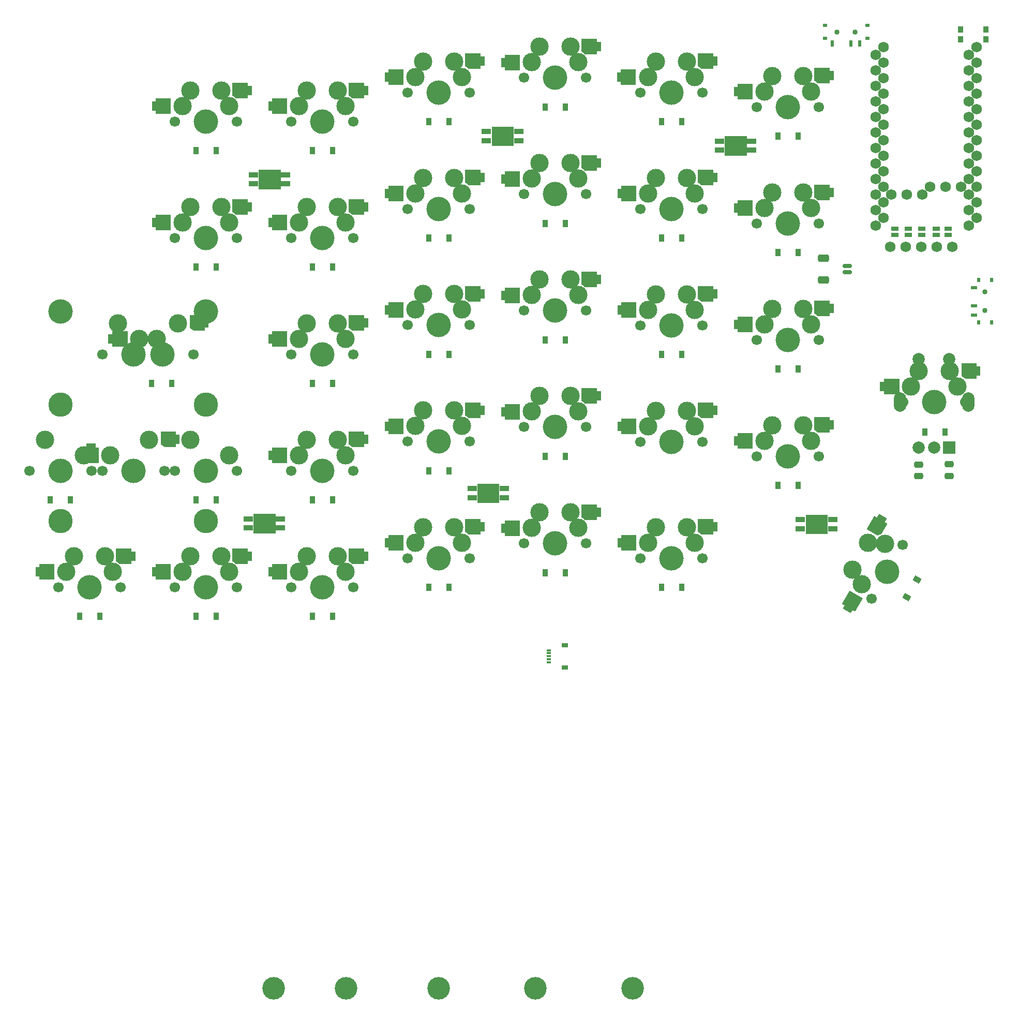
<source format=gbr>
%TF.GenerationSoftware,KiCad,Pcbnew,(6.0.11)*%
%TF.CreationDate,2023-05-19T13:45:06-07:00*%
%TF.ProjectId,suite61pcb,73756974-6536-4317-9063-622e6b696361,rev?*%
%TF.SameCoordinates,Original*%
%TF.FileFunction,Soldermask,Bot*%
%TF.FilePolarity,Negative*%
%FSLAX46Y46*%
G04 Gerber Fmt 4.6, Leading zero omitted, Abs format (unit mm)*
G04 Created by KiCad (PCBNEW (6.0.11)) date 2023-05-19 13:45:06*
%MOMM*%
%LPD*%
G01*
G04 APERTURE LIST*
G04 Aperture macros list*
%AMRoundRect*
0 Rectangle with rounded corners*
0 $1 Rounding radius*
0 $2 $3 $4 $5 $6 $7 $8 $9 X,Y pos of 4 corners*
0 Add a 4 corners polygon primitive as box body*
4,1,4,$2,$3,$4,$5,$6,$7,$8,$9,$2,$3,0*
0 Add four circle primitives for the rounded corners*
1,1,$1+$1,$2,$3*
1,1,$1+$1,$4,$5*
1,1,$1+$1,$6,$7*
1,1,$1+$1,$8,$9*
0 Add four rect primitives between the rounded corners*
20,1,$1+$1,$2,$3,$4,$5,0*
20,1,$1+$1,$4,$5,$6,$7,0*
20,1,$1+$1,$6,$7,$8,$9,0*
20,1,$1+$1,$8,$9,$2,$3,0*%
%AMRotRect*
0 Rectangle, with rotation*
0 The origin of the aperture is its center*
0 $1 length*
0 $2 width*
0 $3 Rotation angle, in degrees counterclockwise*
0 Add horizontal line*
21,1,$1,$2,0,0,$3*%
%AMFreePoly0*
4,1,17,2.735355,1.235355,2.750000,1.200000,2.750000,-1.200000,2.735355,-1.235355,2.700000,-1.250000,0.300000,-1.250000,0.264645,-1.235355,0.250000,-1.200000,0.250000,-0.750000,-0.350000,-0.750000,-0.350000,0.750000,0.250000,0.750000,0.250000,1.200000,0.264645,1.235355,0.300000,1.250000,2.700000,1.250000,2.735355,1.235355,2.735355,1.235355,$1*%
%AMFreePoly1*
4,1,24,-0.364645,1.235355,-0.350000,1.200000,-0.350000,0.750000,0.350000,0.750000,0.350000,-0.750000,-0.350000,-0.750000,-0.350000,-1.200000,-0.364645,-1.235355,-0.400000,-1.250000,-2.300000,-1.250000,-2.315318,-1.243655,-2.331235,-1.239043,-2.831235,-0.839043,-2.832649,-0.836476,-2.835355,-0.835355,-2.841697,-0.820044,-2.849694,-0.805522,-2.848878,-0.802708,-2.850000,-0.800000,-2.850000,1.200000,
-2.835355,1.235355,-2.800000,1.250000,-0.400000,1.250000,-0.364645,1.235355,-0.364645,1.235355,$1*%
%AMFreePoly2*
4,1,13,0.772354,0.410354,0.772500,0.410000,0.772500,-0.410000,0.772354,-0.410354,0.772000,-0.410500,-0.774000,-0.410500,-0.774354,-0.410354,-0.774500,-0.410000,-0.774500,0.410000,-0.774354,0.410354,-0.774000,0.410500,0.772000,0.410500,0.772354,0.410354,0.772354,0.410354,$1*%
%AMFreePoly3*
4,1,13,0.774354,0.410354,0.774500,0.410000,0.774500,-0.410000,0.774354,-0.410354,0.774000,-0.410500,-0.772000,-0.410690,-0.772354,-0.410544,-0.772500,-0.410190,-0.772500,0.410000,-0.772354,0.410354,-0.772000,0.410500,0.774000,0.410500,0.774354,0.410354,0.774354,0.410354,$1*%
%AMFreePoly4*
4,1,13,0.774354,0.410354,0.774500,0.410000,0.774500,-0.410000,0.774354,-0.410354,0.774000,-0.410500,-0.772000,-0.410500,-0.772354,-0.410354,-0.772500,-0.410000,-0.772500,0.410000,-0.772354,0.410354,-0.772000,0.410500,0.774000,0.410500,0.774354,0.410354,0.774354,0.410354,$1*%
%AMFreePoly5*
4,1,24,2.113450,1.244429,2.127735,1.241603,2.727735,0.841603,2.730600,0.837325,2.735355,0.835355,2.740927,0.821903,2.749028,0.809806,2.748029,0.804757,2.750000,0.800000,2.750000,-1.200000,2.735355,-1.235355,2.700000,-1.250000,0.300000,-1.250000,0.264645,-1.235355,0.250000,-1.200000,0.250000,-0.750000,-0.350000,-0.750000,-0.350000,0.750000,0.250000,0.750000,0.250000,1.200000,
0.264645,1.235355,0.300000,1.250000,2.100000,1.250000,2.113450,1.244429,2.113450,1.244429,$1*%
%AMFreePoly6*
4,1,17,-0.364645,1.235355,-0.350000,1.200000,-0.350000,0.750000,0.350000,0.750000,0.350000,-0.750000,-0.350000,-0.750000,-0.350000,-1.200000,-0.364645,-1.235355,-0.400000,-1.250000,-2.800000,-1.250000,-2.835355,-1.235355,-2.850000,-1.200000,-2.850000,1.200000,-2.835355,1.235355,-2.800000,1.250000,-0.400000,1.250000,-0.364645,1.235355,-0.364645,1.235355,$1*%
%AMFreePoly7*
4,1,13,0.772354,0.410544,0.772500,0.410190,0.772500,-0.410000,0.772354,-0.410354,0.772000,-0.410500,-0.774000,-0.410500,-0.774354,-0.410354,-0.774500,-0.410000,-0.774500,0.410000,-0.774354,0.410354,-0.774000,0.410500,0.772000,0.410690,0.772354,0.410544,0.772354,0.410544,$1*%
G04 Aperture macros list end*
%ADD10C,0.010000*%
%ADD11C,3.000000*%
%ADD12C,1.700000*%
%ADD13C,4.000000*%
%ADD14FreePoly0,0.000000*%
%ADD15FreePoly1,0.000000*%
%ADD16C,3.700000*%
%ADD17C,0.850000*%
%ADD18R,0.500000X1.000000*%
%ADD19R,0.800000X0.500000*%
%ADD20R,1.000000X0.500000*%
%ADD21R,0.500000X0.800000*%
%ADD22FreePoly2,0.000000*%
%ADD23FreePoly3,0.000000*%
%ADD24FreePoly4,0.000000*%
%ADD25RoundRect,0.250000X0.475000X-0.250000X0.475000X0.250000X-0.475000X0.250000X-0.475000X-0.250000X0*%
%ADD26RoundRect,0.250000X-0.475000X0.250000X-0.475000X-0.250000X0.475000X-0.250000X0.475000X0.250000X0*%
%ADD27C,3.987800*%
%ADD28R,0.900000X1.200000*%
%ADD29R,0.900000X1.000000*%
%ADD30FreePoly0,60.000000*%
%ADD31FreePoly1,60.000000*%
%ADD32RoundRect,0.150000X-0.625000X0.150000X-0.625000X-0.150000X0.625000X-0.150000X0.625000X0.150000X0*%
%ADD33RoundRect,0.250000X-0.650000X0.350000X-0.650000X-0.350000X0.650000X-0.350000X0.650000X0.350000X0*%
%ADD34C,1.752600*%
%ADD35RotRect,0.900000X1.200000X60.000000*%
%ADD36FreePoly5,180.000000*%
%ADD37FreePoly6,180.000000*%
%ADD38O,2.000000X3.200000*%
%ADD39R,2.000000X2.000000*%
%ADD40C,2.000000*%
%ADD41R,1.143000X0.635000*%
%ADD42FreePoly4,180.000000*%
%ADD43FreePoly7,180.000000*%
%ADD44FreePoly2,180.000000*%
%ADD45FreePoly6,90.000000*%
%ADD46R,0.700000X0.300000*%
%ADD47R,1.000000X0.700000*%
G04 APERTURE END LIST*
%TO.C,LED1*%
G36*
X158327714Y-48602714D02*
G01*
X154827714Y-48602714D01*
X154827714Y-45502714D01*
X158327714Y-45502714D01*
X158327714Y-48602714D01*
G37*
D10*
X158327714Y-48602714D02*
X154827714Y-48602714D01*
X154827714Y-45502714D01*
X158327714Y-45502714D01*
X158327714Y-48602714D01*
G36*
X158334714Y-48602714D02*
G01*
X154834714Y-48602714D01*
X154834714Y-45502714D01*
X158334714Y-45502714D01*
X158334714Y-48602714D01*
G37*
X158334714Y-48602714D02*
X154834714Y-48602714D01*
X154834714Y-45502714D01*
X158334714Y-45502714D01*
X158334714Y-48602714D01*
%TO.C,LED6*%
G36*
X171590964Y-110540214D02*
G01*
X168090964Y-110540214D01*
X168090964Y-107440214D01*
X171590964Y-107440214D01*
X171590964Y-110540214D01*
G37*
X171590964Y-110540214D02*
X168090964Y-110540214D01*
X168090964Y-107440214D01*
X171590964Y-107440214D01*
X171590964Y-110540214D01*
G36*
X171583964Y-110540214D02*
G01*
X168083964Y-110540214D01*
X168083964Y-107440214D01*
X171583964Y-107440214D01*
X171583964Y-110540214D01*
G37*
X171583964Y-110540214D02*
X168083964Y-110540214D01*
X168083964Y-107440214D01*
X171583964Y-107440214D01*
X171583964Y-110540214D01*
%TO.C,LED4*%
G36*
X81217214Y-110412714D02*
G01*
X77717214Y-110412714D01*
X77717214Y-107312714D01*
X81217214Y-107312714D01*
X81217214Y-110412714D01*
G37*
X81217214Y-110412714D02*
X77717214Y-110412714D01*
X77717214Y-107312714D01*
X81217214Y-107312714D01*
X81217214Y-110412714D01*
G36*
X81224214Y-110412714D02*
G01*
X77724214Y-110412714D01*
X77724214Y-107312714D01*
X81224214Y-107312714D01*
X81224214Y-110412714D01*
G37*
X81224214Y-110412714D02*
X77724214Y-110412714D01*
X77724214Y-107312714D01*
X81224214Y-107312714D01*
X81224214Y-110412714D01*
%TO.C,LED2*%
G36*
X120194964Y-47040214D02*
G01*
X116694964Y-47040214D01*
X116694964Y-43940214D01*
X120194964Y-43940214D01*
X120194964Y-47040214D01*
G37*
X120194964Y-47040214D02*
X116694964Y-47040214D01*
X116694964Y-43940214D01*
X120194964Y-43940214D01*
X120194964Y-47040214D01*
G36*
X120187964Y-47040214D02*
G01*
X116687964Y-47040214D01*
X116687964Y-43940214D01*
X120187964Y-43940214D01*
X120187964Y-47040214D01*
G37*
X120187964Y-47040214D02*
X116687964Y-47040214D01*
X116687964Y-43940214D01*
X120187964Y-43940214D01*
X120187964Y-47040214D01*
%TO.C,LED5*%
G36*
X117845714Y-105452714D02*
G01*
X114345714Y-105452714D01*
X114345714Y-102352714D01*
X117845714Y-102352714D01*
X117845714Y-105452714D01*
G37*
X117845714Y-105452714D02*
X114345714Y-105452714D01*
X114345714Y-102352714D01*
X117845714Y-102352714D01*
X117845714Y-105452714D01*
G36*
X117852714Y-105452714D02*
G01*
X114352714Y-105452714D01*
X114352714Y-102352714D01*
X117852714Y-102352714D01*
X117852714Y-105452714D01*
G37*
X117852714Y-105452714D02*
X114352714Y-105452714D01*
X114352714Y-102352714D01*
X117852714Y-102352714D01*
X117852714Y-105452714D01*
%TO.C,LED3*%
G36*
X82051214Y-54108964D02*
G01*
X78551214Y-54108964D01*
X78551214Y-51008964D01*
X82051214Y-51008964D01*
X82051214Y-54108964D01*
G37*
X82051214Y-54108964D02*
X78551214Y-54108964D01*
X78551214Y-51008964D01*
X82051214Y-51008964D01*
X82051214Y-54108964D01*
G36*
X82044214Y-54108964D02*
G01*
X78544214Y-54108964D01*
X78544214Y-51008964D01*
X82044214Y-51008964D01*
X82044214Y-54108964D01*
G37*
X82044214Y-54108964D02*
X78544214Y-54108964D01*
X78544214Y-51008964D01*
X82044214Y-51008964D01*
X82044214Y-54108964D01*
%TD*%
D11*
%TO.C,SW8*%
X91492714Y-57085214D03*
X92762714Y-59625214D03*
X86412714Y-57085214D03*
D12*
X94032714Y-62165214D03*
D11*
X85142714Y-59625213D03*
D13*
X88952714Y-62165214D03*
D12*
X83872714Y-62165214D03*
D14*
X80452714Y-59665214D03*
D15*
X96152714Y-57065214D03*
%TD*%
D16*
%TO.C,TH5*%
X123825000Y-184943750D03*
%TD*%
D12*
%TO.C,SW22*%
X74982714Y-100252714D03*
D13*
X69902714Y-100252714D03*
D11*
X73712714Y-97712714D03*
X67362714Y-95172714D03*
D12*
X64822714Y-100252714D03*
%TD*%
D11*
%TO.C,SW3*%
X104192714Y-35806463D03*
D12*
X113082714Y-38346464D03*
D13*
X108002714Y-38346464D03*
D11*
X110542714Y-33266464D03*
X105462714Y-33266464D03*
X111812714Y-35806464D03*
D12*
X102922714Y-38346464D03*
D14*
X99502714Y-35846464D03*
D15*
X115202714Y-33246464D03*
%TD*%
D11*
%TO.C,SW30*%
X72448964Y-114228964D03*
X67368964Y-114228964D03*
D12*
X74988964Y-119308964D03*
D11*
X73718964Y-116768964D03*
X66098964Y-116768963D03*
D12*
X64828964Y-119308964D03*
D13*
X69908964Y-119308964D03*
D14*
X61408964Y-116808964D03*
D15*
X77108964Y-114208964D03*
%TD*%
D17*
%TO.C,S1*%
X176190000Y-28470336D03*
X173190000Y-28470336D03*
X173190000Y-28470336D03*
X176190000Y-28470336D03*
D18*
X172440000Y-30320336D03*
X175440000Y-30320336D03*
X176940000Y-30320336D03*
D19*
X178140000Y-29520336D03*
X178140000Y-27420336D03*
X171240000Y-27420336D03*
X171240000Y-29520336D03*
%TD*%
D11*
%TO.C,SW7*%
X73718964Y-59625214D03*
D12*
X74988964Y-62165214D03*
D11*
X72448964Y-57085214D03*
D12*
X64828964Y-62165214D03*
D11*
X67368964Y-57085214D03*
D13*
X69908964Y-62165214D03*
D11*
X66098964Y-59625213D03*
D14*
X61408964Y-59665214D03*
D15*
X77108964Y-57065214D03*
%TD*%
D13*
%TO.C,SW34*%
X146108964Y-114546464D03*
D12*
X141028964Y-114546464D03*
D11*
X149918964Y-112006464D03*
D12*
X151188964Y-114546464D03*
D11*
X148648964Y-109466464D03*
X143568964Y-109466464D03*
X142298964Y-112006463D03*
D14*
X137608964Y-112046464D03*
D15*
X153308964Y-109446464D03*
%TD*%
D11*
%TO.C,SW31*%
X86418964Y-114228964D03*
X92768964Y-116768964D03*
D12*
X83878964Y-119308964D03*
D13*
X88958964Y-119308964D03*
D11*
X85148964Y-116768963D03*
X91498964Y-114228964D03*
D12*
X94038964Y-119308964D03*
D14*
X80458964Y-116808964D03*
D15*
X96158964Y-114208964D03*
%TD*%
D12*
%TO.C,SW4*%
X132132714Y-35965214D03*
D11*
X130862714Y-33425214D03*
X123242714Y-33425213D03*
X129592714Y-30885214D03*
D12*
X121972714Y-35965214D03*
D11*
X124512714Y-30885214D03*
D13*
X127052714Y-35965214D03*
D14*
X118552714Y-33465214D03*
D15*
X134252714Y-30865214D03*
%TD*%
D11*
%TO.C,SW25*%
X129598964Y-88028964D03*
D13*
X127058964Y-93108964D03*
D11*
X123248964Y-90568963D03*
X130868964Y-90568964D03*
D12*
X132138964Y-93108964D03*
D11*
X124518964Y-88028964D03*
D12*
X121978964Y-93108964D03*
D14*
X118558964Y-90608964D03*
D15*
X134258964Y-88008964D03*
%TD*%
D17*
%TO.C,S2*%
X197440000Y-71020000D03*
X197440000Y-74020000D03*
X197440000Y-71020000D03*
X197440000Y-74020000D03*
D20*
X195590000Y-70270000D03*
X195590000Y-73270000D03*
X195590000Y-74770000D03*
D21*
X196390000Y-75970000D03*
X198490000Y-75970000D03*
X198490000Y-69070000D03*
X196390000Y-69070000D03*
%TD*%
D16*
%TO.C,TH1*%
X139700000Y-184943750D03*
%TD*%
D22*
%TO.C,LED1*%
X159212714Y-46302714D03*
X159212714Y-47802714D03*
D23*
X153956714Y-47802714D03*
D24*
X153956714Y-46302714D03*
%TD*%
D12*
%TO.C,SW24*%
X102928964Y-95490214D03*
D13*
X108008964Y-95490214D03*
D11*
X104198964Y-92950213D03*
X105468964Y-90410214D03*
X110548964Y-90410214D03*
D12*
X113088964Y-95490214D03*
D11*
X111818964Y-92950214D03*
D14*
X99508964Y-92990214D03*
D15*
X115208964Y-90390214D03*
%TD*%
D12*
%TO.C,SW17*%
X132138964Y-74058964D03*
D11*
X129598964Y-68978964D03*
D12*
X121978964Y-74058964D03*
D11*
X130868964Y-71518964D03*
X124518964Y-68978964D03*
X123248964Y-71518963D03*
D13*
X127058964Y-74058964D03*
D14*
X118558964Y-71558964D03*
D15*
X134258964Y-68958964D03*
%TD*%
D11*
%TO.C,SW19*%
X168968964Y-76281464D03*
D13*
X165158964Y-78821464D03*
D12*
X170238964Y-78821464D03*
X160078964Y-78821464D03*
D11*
X161348964Y-76281463D03*
X162618964Y-73741464D03*
X167698964Y-73741464D03*
D14*
X156658964Y-76321464D03*
D15*
X172358964Y-73721464D03*
%TD*%
D11*
%TO.C,SW23*%
X92768964Y-97712714D03*
X85148964Y-97712713D03*
X86418964Y-95172714D03*
X91498964Y-95172714D03*
D12*
X94038964Y-100252714D03*
X83878964Y-100252714D03*
D13*
X88958964Y-100252714D03*
D14*
X80458964Y-97752714D03*
D15*
X96158964Y-95152714D03*
%TD*%
D25*
%TO.C,C1*%
X191577714Y-99202714D03*
X191577714Y-101102714D03*
%TD*%
D11*
%TO.C,SW6*%
X168962714Y-38187714D03*
D13*
X165152714Y-40727714D03*
D12*
X160072714Y-40727714D03*
D11*
X162612714Y-35647714D03*
X161342714Y-38187713D03*
X167692714Y-35647714D03*
D12*
X170232714Y-40727714D03*
D14*
X156652714Y-38227714D03*
D15*
X172352714Y-35627714D03*
%TD*%
D16*
%TO.C,TH4*%
X80962500Y-184943750D03*
%TD*%
D12*
%TO.C,SW16*%
X113088964Y-76440214D03*
D13*
X108008964Y-76440214D03*
D11*
X111818964Y-73900214D03*
D12*
X102928964Y-76440214D03*
D11*
X104198964Y-73900213D03*
X110548964Y-71360214D03*
X105468964Y-71360214D03*
D14*
X99508964Y-73940214D03*
D15*
X115208964Y-71340214D03*
%TD*%
D11*
%TO.C,SW33*%
X124518964Y-107085214D03*
D12*
X132138964Y-112165214D03*
D11*
X129598964Y-107085214D03*
X123248964Y-109625213D03*
X130868964Y-109625214D03*
D13*
X127058964Y-112165214D03*
D12*
X121978964Y-112165214D03*
D14*
X118558964Y-109665214D03*
D15*
X134258964Y-107065214D03*
%TD*%
D11*
%TO.C,SW12*%
X168962714Y-57243964D03*
D12*
X160072714Y-59783964D03*
D11*
X162612714Y-54703964D03*
X161342714Y-57243963D03*
X167692714Y-54703964D03*
D13*
X165152714Y-59783964D03*
D12*
X170232714Y-59783964D03*
D14*
X156652714Y-57283964D03*
D15*
X172352714Y-54683964D03*
%TD*%
D16*
%TO.C,TH2*%
X92868750Y-184943750D03*
%TD*%
D12*
%TO.C,SW28*%
X51176464Y-100258964D03*
D11*
X49906464Y-97718964D03*
X43556464Y-95178964D03*
D13*
X46096464Y-100258964D03*
D12*
X41016464Y-100258964D03*
%TD*%
D26*
%TO.C,C2*%
X186557714Y-101127714D03*
X186557714Y-99227714D03*
%TD*%
D12*
%TO.C,SW27*%
X170238964Y-97871464D03*
D11*
X162618964Y-92791464D03*
X167698964Y-92791464D03*
D12*
X160078964Y-97871464D03*
D11*
X168968964Y-95331464D03*
D13*
X165158964Y-97871464D03*
D11*
X161348964Y-95331463D03*
D14*
X156658964Y-95371464D03*
D15*
X172358964Y-92771464D03*
%TD*%
D13*
%TO.C,SW14*%
X57996464Y-81202714D03*
D12*
X52916464Y-81202714D03*
D11*
X55456464Y-76122714D03*
D27*
X46090214Y-89457714D03*
D13*
X69902714Y-74217714D03*
D11*
X61806464Y-78662714D03*
D12*
X63076464Y-81202714D03*
D13*
X46090214Y-74217714D03*
D27*
X69902714Y-89457714D03*
%TD*%
D12*
%TO.C,SW29*%
X55938964Y-119308964D03*
D11*
X47048964Y-116768963D03*
D12*
X45778964Y-119308964D03*
D11*
X53398964Y-114228964D03*
X48318964Y-114228964D03*
D13*
X50858964Y-119308964D03*
D11*
X54668964Y-116768964D03*
D14*
X42358964Y-116808964D03*
D15*
X58058964Y-114208964D03*
%TD*%
D28*
%TO.C,D33*%
X187590000Y-93908964D03*
X190890000Y-93908964D03*
%TD*%
D12*
%TO.C,SW10*%
X121972714Y-55021464D03*
D11*
X124512714Y-49941464D03*
D12*
X132132714Y-55021464D03*
D11*
X130862714Y-52481464D03*
D13*
X127052714Y-55021464D03*
D11*
X129592714Y-49941464D03*
X123242714Y-52481463D03*
D14*
X118552714Y-52521464D03*
D15*
X134252714Y-49921464D03*
%TD*%
D11*
%TO.C,SW9*%
X104192714Y-54862713D03*
D12*
X113082714Y-57402714D03*
D11*
X111812714Y-54862714D03*
X105462714Y-52322714D03*
D12*
X102922714Y-57402714D03*
D11*
X110542714Y-52322714D03*
D13*
X108002714Y-57402714D03*
D14*
X99502714Y-54902714D03*
D15*
X115202714Y-52302714D03*
%TD*%
D29*
%TO.C,SW20*%
X193427714Y-28028050D03*
X197527714Y-28028050D03*
X197527714Y-29628050D03*
X193427714Y-29628050D03*
%TD*%
D22*
%TO.C,LED6*%
X172468964Y-108240214D03*
X172468964Y-109740214D03*
D23*
X167212964Y-109740214D03*
D24*
X167212964Y-108240214D03*
%TD*%
D13*
%TO.C,SW35*%
X181383964Y-116766464D03*
D12*
X178843964Y-121165873D03*
D11*
X178254555Y-112026759D03*
X175714555Y-116426169D03*
D12*
X183923964Y-112367055D03*
D11*
X177279259Y-118796020D03*
X181089259Y-112196907D03*
D30*
X174968900Y-122877680D03*
D31*
X180567234Y-107981081D03*
%TD*%
D32*
%TO.C,J1*%
X174847714Y-67757714D03*
X174847714Y-66757714D03*
D33*
X170972714Y-65457714D03*
X170972714Y-69057714D03*
%TD*%
D13*
%TO.C,SW11*%
X146102714Y-57408964D03*
D12*
X151182714Y-57408964D03*
D11*
X148642714Y-52328964D03*
D12*
X141022714Y-57408964D03*
D11*
X142292714Y-54868963D03*
X149912714Y-54868964D03*
X143562714Y-52328964D03*
D14*
X137602714Y-54908964D03*
D15*
X153302714Y-52308964D03*
%TD*%
D34*
%TO.C,Display1*%
X181937714Y-63628050D03*
X184477714Y-63628050D03*
X187017714Y-63628050D03*
X189557714Y-63628050D03*
X192097714Y-63628050D03*
%TD*%
D12*
%TO.C,SW15*%
X94038964Y-81202714D03*
D11*
X85148964Y-78662713D03*
X91498964Y-76122714D03*
X86418964Y-76122714D03*
X92768964Y-78662714D03*
D12*
X83878964Y-81202714D03*
D13*
X88958964Y-81202714D03*
D14*
X80458964Y-78702714D03*
D15*
X96158964Y-76102714D03*
%TD*%
D11*
%TO.C,SW18*%
X142298964Y-73906463D03*
X149918964Y-73906464D03*
D12*
X141028964Y-76446464D03*
X151188964Y-76446464D03*
D13*
X146108964Y-76446464D03*
D11*
X143568964Y-71366464D03*
X148648964Y-71366464D03*
D14*
X137608964Y-73946464D03*
D15*
X153308964Y-71346464D03*
%TD*%
D16*
%TO.C,TH3*%
X107950000Y-184943750D03*
%TD*%
D11*
%TO.C,SW26*%
X149918964Y-92956464D03*
D12*
X151188964Y-95496464D03*
D11*
X148648964Y-90416464D03*
X143568964Y-90416464D03*
D13*
X146108964Y-95496464D03*
D12*
X141028964Y-95496464D03*
D11*
X142298964Y-92956463D03*
D14*
X137608964Y-92996464D03*
D15*
X153308964Y-90396464D03*
%TD*%
D13*
%TO.C,SW2*%
X88952714Y-43108964D03*
D12*
X83872714Y-43108964D03*
D11*
X86412714Y-38028964D03*
X85142714Y-40568963D03*
X91492714Y-38028964D03*
X92762714Y-40568964D03*
D12*
X94032714Y-43108964D03*
D14*
X80452714Y-40608964D03*
D15*
X96152714Y-38008964D03*
%TD*%
D11*
%TO.C,SW32*%
X111818964Y-112006464D03*
D13*
X108008964Y-114546464D03*
D12*
X113088964Y-114546464D03*
D11*
X104198964Y-112006463D03*
X105468964Y-109466464D03*
X110548964Y-109466464D03*
D12*
X102928964Y-114546464D03*
D14*
X99508964Y-112046464D03*
D15*
X115208964Y-109446464D03*
%TD*%
D13*
%TO.C,SW5*%
X146052714Y-38346464D03*
D12*
X151132714Y-38346464D03*
D11*
X143512714Y-33266464D03*
X142242714Y-35806463D03*
X148592714Y-33266464D03*
X149862714Y-35806464D03*
D12*
X140972714Y-38346464D03*
D14*
X137552714Y-35846464D03*
D15*
X153252714Y-33246464D03*
%TD*%
D11*
%TO.C,SW1*%
X72448964Y-38028964D03*
X66098964Y-40568963D03*
D13*
X69908964Y-43108964D03*
D12*
X64828964Y-43108964D03*
D11*
X67368964Y-38028964D03*
D12*
X74988964Y-43108964D03*
D11*
X73718964Y-40568964D03*
D14*
X61408964Y-40608964D03*
D15*
X77108964Y-38008964D03*
%TD*%
D28*
%TO.C,D26*%
X49208964Y-124071464D03*
X52508964Y-124071464D03*
%TD*%
%TO.C,D8*%
X87302714Y-66921464D03*
X90602714Y-66921464D03*
%TD*%
%TO.C,D7*%
X68258960Y-66927714D03*
X71558960Y-66927714D03*
%TD*%
%TO.C,D18*%
X163502714Y-83590214D03*
X166802714Y-83590214D03*
%TD*%
%TO.C,D9*%
X106352714Y-62158964D03*
X109652714Y-62158964D03*
%TD*%
%TO.C,D24*%
X163502714Y-102640214D03*
X166802714Y-102640214D03*
%TD*%
%TO.C,D22*%
X125402714Y-97877714D03*
X128702714Y-97877714D03*
%TD*%
D35*
%TO.C,D32*%
X184648259Y-120897709D03*
X186298259Y-118039825D03*
%TD*%
D11*
%TO.C,SW36*%
X186543964Y-83926464D03*
X191623964Y-83926464D03*
D13*
X189083964Y-89006464D03*
D12*
X184003964Y-89006464D03*
D11*
X192893964Y-86466463D03*
X185273964Y-86466464D03*
D12*
X194163964Y-89006464D03*
D36*
X196283964Y-83906464D03*
D37*
X180583964Y-86506464D03*
%TD*%
D28*
%TO.C,D27*%
X68258964Y-124077714D03*
X71558964Y-124077714D03*
%TD*%
%TO.C,D13*%
X61015214Y-85971464D03*
X64315214Y-85971464D03*
%TD*%
%TO.C,D5*%
X144452714Y-43115214D03*
X147752714Y-43115214D03*
%TD*%
%TO.C,D6*%
X163508964Y-45490214D03*
X166808964Y-45490214D03*
%TD*%
D38*
%TO.C,SW37*%
X194683964Y-89006464D03*
X183483964Y-89006464D03*
D39*
X191583964Y-96506464D03*
D40*
X186583964Y-96506464D03*
X189083964Y-96506464D03*
X186583964Y-82006464D03*
X191583964Y-82006464D03*
%TD*%
D41*
%TO.C,JP10*%
X182652500Y-61675000D03*
X182652500Y-60674240D03*
%TD*%
D34*
%TO.C,U1*%
X179514414Y-32213850D03*
X196024414Y-30943850D03*
X196024414Y-33483850D03*
X179514414Y-34753850D03*
X179514414Y-37293850D03*
X196024414Y-36023850D03*
X196024414Y-38563850D03*
X179514414Y-39833850D03*
X179514414Y-42373850D03*
X196024414Y-41103850D03*
X196024414Y-43643850D03*
X179514414Y-44913850D03*
X179514414Y-47453850D03*
X196024414Y-46183850D03*
X196024414Y-48723850D03*
X179514414Y-49993850D03*
X179514414Y-52533850D03*
X196024414Y-51263850D03*
X179514414Y-55073850D03*
X196024414Y-53803850D03*
X196024414Y-56343850D03*
X179514414Y-57613850D03*
X179514414Y-60153850D03*
X196024414Y-58883850D03*
X180784414Y-58883850D03*
X194754414Y-60153850D03*
X180784414Y-56343850D03*
X194754414Y-57613850D03*
X180784414Y-53803850D03*
X194754414Y-55073850D03*
X180784414Y-51263850D03*
X194754414Y-52533850D03*
X180784414Y-48723850D03*
X194754414Y-49993850D03*
X194754414Y-47453850D03*
X180784414Y-46183850D03*
X194754414Y-44913850D03*
X180784414Y-43643850D03*
X194754414Y-42373850D03*
X180784414Y-41103850D03*
X180784414Y-38563850D03*
X194754414Y-39833850D03*
X180784414Y-36023850D03*
X194754414Y-37293850D03*
X194754414Y-34753850D03*
X180784414Y-33483850D03*
X194754414Y-32213850D03*
X180784414Y-30943850D03*
X182054414Y-55073850D03*
X193484414Y-53803850D03*
X184594414Y-55073850D03*
X190944414Y-53803850D03*
X188404414Y-53803850D03*
X187134414Y-55073850D03*
%TD*%
D42*
%TO.C,LED4*%
X82102214Y-108112714D03*
X82102214Y-109612714D03*
D43*
X76846214Y-109612714D03*
D44*
X76846214Y-108112714D03*
%TD*%
D41*
%TO.C,JP7*%
X189452500Y-61682880D03*
X189452500Y-60682120D03*
%TD*%
D42*
%TO.C,LED2*%
X121072964Y-44740214D03*
X121072964Y-46240214D03*
D43*
X115816964Y-46240214D03*
D44*
X115816964Y-44740214D03*
%TD*%
D28*
%TO.C,D4*%
X125402714Y-40727714D03*
X128702714Y-40727714D03*
%TD*%
%TO.C,D3*%
X106352714Y-43108964D03*
X109652714Y-43108964D03*
%TD*%
%TO.C,D19*%
X68258964Y-105021464D03*
X71558964Y-105021464D03*
%TD*%
%TO.C,D20*%
X87302714Y-105021464D03*
X90602714Y-105021464D03*
%TD*%
%TO.C,D10*%
X125402714Y-59777714D03*
X128702714Y-59777714D03*
%TD*%
%TO.C,D12*%
X163502714Y-64540214D03*
X166802714Y-64540214D03*
%TD*%
D42*
%TO.C,LED5*%
X118730714Y-103152714D03*
X118730714Y-104652714D03*
D43*
X113474714Y-104652714D03*
D44*
X113474714Y-103152714D03*
%TD*%
D28*
%TO.C,D31*%
X144458964Y-119308964D03*
X147758964Y-119308964D03*
%TD*%
D41*
%TO.C,JP9*%
X184882500Y-61637880D03*
X184882500Y-60637120D03*
%TD*%
%TO.C,JP3*%
X187060214Y-61642714D03*
X187060214Y-60641954D03*
%TD*%
D28*
%TO.C,D28*%
X87308964Y-124071464D03*
X90608964Y-124071464D03*
%TD*%
%TO.C,D17*%
X144452714Y-81215214D03*
X147752714Y-81215214D03*
%TD*%
D41*
%TO.C,JP6*%
X191402500Y-61675000D03*
X191402500Y-60674240D03*
%TD*%
D27*
%TO.C,SW21*%
X46090214Y-108507714D03*
X69902714Y-108507714D03*
D11*
X60536464Y-95172714D03*
D12*
X52916464Y-100252714D03*
D13*
X57996464Y-100252714D03*
D12*
X63076464Y-100252714D03*
D11*
X54186464Y-97712714D03*
D36*
X65196464Y-95152714D03*
D45*
X51096464Y-96142714D03*
D37*
X49496464Y-97752714D03*
%TD*%
D42*
%TO.C,LED3*%
X82929214Y-51808964D03*
X82929214Y-53308964D03*
D43*
X77673214Y-53308964D03*
D44*
X77673214Y-51808964D03*
%TD*%
D28*
%TO.C,D1*%
X68258964Y-47871464D03*
X71558964Y-47871464D03*
%TD*%
%TO.C,D30*%
X125408964Y-116927714D03*
X128708964Y-116927714D03*
%TD*%
%TO.C,D11*%
X144452714Y-62165214D03*
X147752714Y-62165214D03*
%TD*%
%TO.C,D2*%
X87302714Y-47871464D03*
X90602714Y-47871464D03*
%TD*%
D12*
%TO.C,SW13*%
X57685214Y-81202714D03*
D13*
X62765214Y-81202714D03*
D12*
X67845214Y-81202714D03*
D11*
X65305214Y-76122714D03*
X58955214Y-78662714D03*
D36*
X69965214Y-76102714D03*
D37*
X54265214Y-78702714D03*
%TD*%
D28*
%TO.C,D16*%
X125402714Y-78827714D03*
X128702714Y-78827714D03*
%TD*%
%TO.C,D25*%
X44446464Y-105021464D03*
X47746464Y-105021464D03*
%TD*%
%TO.C,D21*%
X106352714Y-100258964D03*
X109652714Y-100258964D03*
%TD*%
D46*
%TO.C,J3*%
X126027286Y-131620000D03*
X126027286Y-131120000D03*
X126027286Y-130620000D03*
X126027286Y-130120000D03*
X126027286Y-129620000D03*
D47*
X128677286Y-128830000D03*
X128677286Y-132410000D03*
%TD*%
D28*
%TO.C,D14*%
X87302714Y-85971464D03*
X90602714Y-85971464D03*
%TD*%
%TO.C,D15*%
X106352714Y-81208964D03*
X109652714Y-81208964D03*
%TD*%
%TO.C,D29*%
X106365214Y-119308964D03*
X109665214Y-119308964D03*
%TD*%
M02*

</source>
